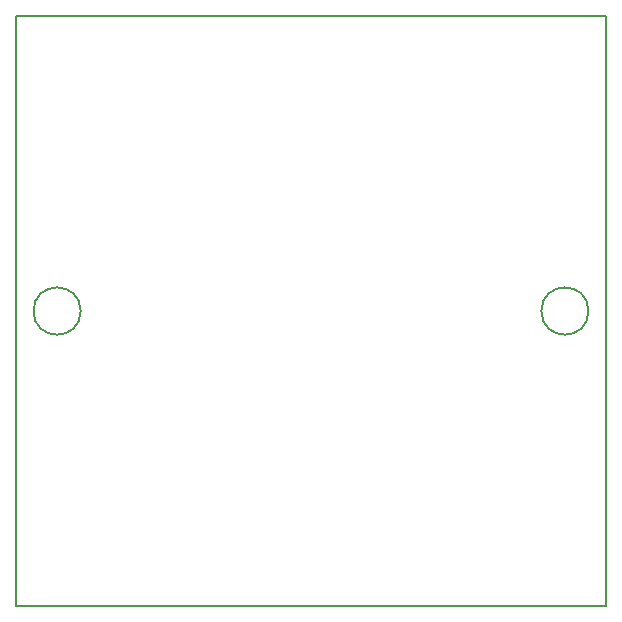
<source format=gbr>
G04 #@! TF.GenerationSoftware,KiCad,Pcbnew,(5.0.2)-1*
G04 #@! TF.CreationDate,2019-11-27T21:51:56-08:00*
G04 #@! TF.ProjectId,bsidessd,62736964-6573-4736-942e-6b696361645f,rev?*
G04 #@! TF.SameCoordinates,Original*
G04 #@! TF.FileFunction,Profile,NP*
%FSLAX46Y46*%
G04 Gerber Fmt 4.6, Leading zero omitted, Abs format (unit mm)*
G04 Created by KiCad (PCBNEW (5.0.2)-1) date 11/27/2019 9:51:56 PM*
%MOMM*%
%LPD*%
G01*
G04 APERTURE LIST*
%ADD10C,0.150000*%
G04 APERTURE END LIST*
D10*
X198500000Y-125000000D02*
G75*
G03X198500000Y-125000000I-2000000J0D01*
G01*
X155500000Y-125000000D02*
G75*
G03X155500000Y-125000000I-2000000J0D01*
G01*
X150000000Y-100000000D02*
X200000000Y-100000000D01*
X200000000Y-100000000D02*
X200000000Y-150000000D01*
X200000000Y-150000000D02*
X150000000Y-150000000D01*
X150000000Y-100000000D02*
X150000000Y-150000000D01*
M02*

</source>
